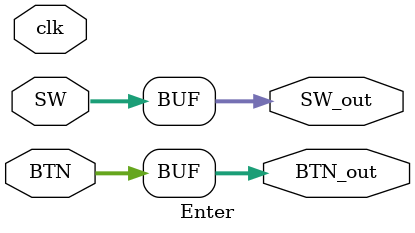
<source format=v>
`timescale 1ns / 1ps
module   Enter(input clk,
                input[4:0] BTN,	 // 5 buttons
                input[15:0] SW, 
                output[4:0] BTN_out,
                output[15:0] SW_out 
            );
	// TODO 防抖

    // always @(*) begin
    //     BTN_out = BTN;
    //     SW_out = SW;
    // end
	
    assign BTN_out = BTN;
    assign SW_out = SW;

endmodule

</source>
